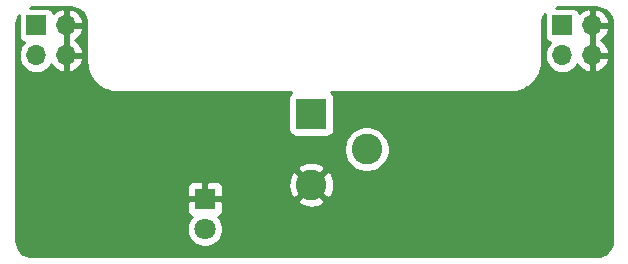
<source format=gbr>
G04 #@! TF.GenerationSoftware,KiCad,Pcbnew,(5.1.2)-2*
G04 #@! TF.CreationDate,2019-09-13T01:35:51-05:00*
G04 #@! TF.ProjectId,breadboard_power,62726561-6462-46f6-9172-645f706f7765,rev?*
G04 #@! TF.SameCoordinates,Original*
G04 #@! TF.FileFunction,Copper,L2,Bot*
G04 #@! TF.FilePolarity,Positive*
%FSLAX46Y46*%
G04 Gerber Fmt 4.6, Leading zero omitted, Abs format (unit mm)*
G04 Created by KiCad (PCBNEW (5.1.2)-2) date 2019-09-13 01:35:51*
%MOMM*%
%LPD*%
G04 APERTURE LIST*
%ADD10R,1.800000X1.800000*%
%ADD11C,1.800000*%
%ADD12R,2.600000X2.600000*%
%ADD13C,2.600000*%
%ADD14O,1.700000X1.700000*%
%ADD15R,1.700000X1.700000*%
%ADD16C,0.685800*%
%ADD17C,0.254000*%
G04 APERTURE END LIST*
D10*
X43750000Y-40710000D03*
D11*
X43750000Y-43250000D03*
D12*
X52750000Y-33500000D03*
D13*
X52750000Y-39500000D03*
X57450000Y-36500000D03*
D14*
X32000000Y-28540000D03*
X32000000Y-26000000D03*
X29460000Y-28540000D03*
D15*
X29460000Y-26000000D03*
X74000000Y-26000000D03*
D14*
X74000000Y-28540000D03*
X76540000Y-26000000D03*
X76540000Y-28540000D03*
D16*
X61000000Y-32250000D03*
D17*
G36*
X32652829Y-24523123D02*
G01*
X32896026Y-24596549D01*
X33120331Y-24715814D01*
X33317199Y-24876375D01*
X33479131Y-25072117D01*
X33599957Y-25295580D01*
X33675080Y-25538264D01*
X33705000Y-25822930D01*
X33705001Y-29034135D01*
X33707997Y-29064549D01*
X33707910Y-29076953D01*
X33708856Y-29086611D01*
X33749657Y-29474803D01*
X33762329Y-29536536D01*
X33774127Y-29598383D01*
X33776931Y-29607673D01*
X33892355Y-29980548D01*
X33916765Y-30038617D01*
X33940362Y-30097021D01*
X33944916Y-30105585D01*
X33944918Y-30105590D01*
X33944921Y-30105594D01*
X34130569Y-30448944D01*
X34165787Y-30501157D01*
X34200286Y-30553876D01*
X34206419Y-30561397D01*
X34455226Y-30862151D01*
X34499915Y-30906530D01*
X34543994Y-30951541D01*
X34551471Y-30957727D01*
X34853956Y-31204428D01*
X34906418Y-31239283D01*
X34958397Y-31274874D01*
X34966933Y-31279490D01*
X35311575Y-31462740D01*
X35369813Y-31486744D01*
X35427712Y-31511559D01*
X35436978Y-31514428D01*
X35436984Y-31514430D01*
X35810654Y-31627247D01*
X35872436Y-31639480D01*
X35934059Y-31652578D01*
X35943710Y-31653593D01*
X36332179Y-31691683D01*
X36332187Y-31691683D01*
X36365865Y-31695000D01*
X51064389Y-31695000D01*
X50998815Y-31748815D01*
X50919463Y-31845506D01*
X50860498Y-31955820D01*
X50824188Y-32075518D01*
X50811928Y-32200000D01*
X50811928Y-34800000D01*
X50824188Y-34924482D01*
X50860498Y-35044180D01*
X50919463Y-35154494D01*
X50998815Y-35251185D01*
X51095506Y-35330537D01*
X51205820Y-35389502D01*
X51325518Y-35425812D01*
X51450000Y-35438072D01*
X54050000Y-35438072D01*
X54174482Y-35425812D01*
X54294180Y-35389502D01*
X54404494Y-35330537D01*
X54501185Y-35251185D01*
X54580537Y-35154494D01*
X54639502Y-35044180D01*
X54675812Y-34924482D01*
X54688072Y-34800000D01*
X54688072Y-32200000D01*
X54675812Y-32075518D01*
X54639502Y-31955820D01*
X54580537Y-31845506D01*
X54501185Y-31748815D01*
X54435611Y-31695000D01*
X69634135Y-31695000D01*
X69664558Y-31692004D01*
X69676953Y-31692090D01*
X69686611Y-31691144D01*
X70074803Y-31650343D01*
X70136536Y-31637671D01*
X70198383Y-31625873D01*
X70207673Y-31623069D01*
X70580548Y-31507645D01*
X70638617Y-31483235D01*
X70697021Y-31459638D01*
X70705585Y-31455084D01*
X70705590Y-31455082D01*
X70705594Y-31455079D01*
X71048944Y-31269431D01*
X71101157Y-31234213D01*
X71153876Y-31199714D01*
X71161397Y-31193581D01*
X71462151Y-30944774D01*
X71506530Y-30900085D01*
X71551541Y-30856006D01*
X71557727Y-30848529D01*
X71804428Y-30546044D01*
X71839283Y-30493582D01*
X71874874Y-30441603D01*
X71879490Y-30433067D01*
X72062740Y-30088425D01*
X72086744Y-30030187D01*
X72111559Y-29972288D01*
X72114429Y-29963018D01*
X72227247Y-29589346D01*
X72239480Y-29527564D01*
X72252578Y-29465941D01*
X72253593Y-29456290D01*
X72291683Y-29067821D01*
X72291683Y-29067813D01*
X72295000Y-29034135D01*
X72295000Y-25833992D01*
X72323123Y-25547171D01*
X72396549Y-25303974D01*
X72515814Y-25079669D01*
X72519272Y-25075429D01*
X72511928Y-25150000D01*
X72511928Y-26850000D01*
X72524188Y-26974482D01*
X72560498Y-27094180D01*
X72619463Y-27204494D01*
X72698815Y-27301185D01*
X72795506Y-27380537D01*
X72905820Y-27439502D01*
X72974687Y-27460393D01*
X72944866Y-27484866D01*
X72759294Y-27710986D01*
X72621401Y-27968966D01*
X72536487Y-28248889D01*
X72507815Y-28540000D01*
X72536487Y-28831111D01*
X72621401Y-29111034D01*
X72759294Y-29369014D01*
X72944866Y-29595134D01*
X73170986Y-29780706D01*
X73428966Y-29918599D01*
X73708889Y-30003513D01*
X73927050Y-30025000D01*
X74072950Y-30025000D01*
X74291111Y-30003513D01*
X74571034Y-29918599D01*
X74829014Y-29780706D01*
X75055134Y-29595134D01*
X75240706Y-29369014D01*
X75275201Y-29304477D01*
X75344822Y-29421355D01*
X75539731Y-29637588D01*
X75773080Y-29811641D01*
X76035901Y-29936825D01*
X76183110Y-29981476D01*
X76413000Y-29860155D01*
X76413000Y-28667000D01*
X76667000Y-28667000D01*
X76667000Y-29860155D01*
X76896890Y-29981476D01*
X77044099Y-29936825D01*
X77306920Y-29811641D01*
X77540269Y-29637588D01*
X77735178Y-29421355D01*
X77884157Y-29171252D01*
X77981481Y-28896891D01*
X77860814Y-28667000D01*
X76667000Y-28667000D01*
X76413000Y-28667000D01*
X76393000Y-28667000D01*
X76393000Y-28413000D01*
X76413000Y-28413000D01*
X76413000Y-26127000D01*
X76667000Y-26127000D01*
X76667000Y-28413000D01*
X77860814Y-28413000D01*
X77981481Y-28183109D01*
X77884157Y-27908748D01*
X77735178Y-27658645D01*
X77540269Y-27442412D01*
X77309120Y-27270000D01*
X77540269Y-27097588D01*
X77735178Y-26881355D01*
X77884157Y-26631252D01*
X77981481Y-26356891D01*
X77860814Y-26127000D01*
X76667000Y-26127000D01*
X76413000Y-26127000D01*
X76393000Y-26127000D01*
X76393000Y-25873000D01*
X76413000Y-25873000D01*
X76413000Y-24679845D01*
X76667000Y-24679845D01*
X76667000Y-25873000D01*
X77860814Y-25873000D01*
X77981481Y-25643109D01*
X77884157Y-25368748D01*
X77735178Y-25118645D01*
X77540269Y-24902412D01*
X77306920Y-24728359D01*
X77044099Y-24603175D01*
X76896890Y-24558524D01*
X76667000Y-24679845D01*
X76413000Y-24679845D01*
X76183110Y-24558524D01*
X76035901Y-24603175D01*
X75773080Y-24728359D01*
X75539731Y-24902412D01*
X75463966Y-24986466D01*
X75439502Y-24905820D01*
X75380537Y-24795506D01*
X75301185Y-24698815D01*
X75204494Y-24619463D01*
X75094180Y-24560498D01*
X74974482Y-24524188D01*
X74850000Y-24511928D01*
X73461872Y-24511928D01*
X73622929Y-24495000D01*
X76866008Y-24495000D01*
X77152829Y-24523123D01*
X77396026Y-24596549D01*
X77620331Y-24715814D01*
X77817199Y-24876375D01*
X77979131Y-25072117D01*
X78099957Y-25295580D01*
X78175080Y-25538264D01*
X78205000Y-25822929D01*
X78205001Y-44215998D01*
X78176877Y-44502831D01*
X78103451Y-44746028D01*
X77984185Y-44970333D01*
X77823625Y-45167198D01*
X77627881Y-45329132D01*
X77404416Y-45449959D01*
X77161737Y-45525080D01*
X76877070Y-45555000D01*
X29133992Y-45555000D01*
X28847169Y-45526877D01*
X28603972Y-45453451D01*
X28379667Y-45334185D01*
X28182802Y-45173625D01*
X28020868Y-44977881D01*
X27900041Y-44754416D01*
X27824920Y-44511737D01*
X27795000Y-44227070D01*
X27795000Y-41610000D01*
X42211928Y-41610000D01*
X42224188Y-41734482D01*
X42260498Y-41854180D01*
X42319463Y-41964494D01*
X42398815Y-42061185D01*
X42495506Y-42140537D01*
X42605820Y-42199502D01*
X42624127Y-42205056D01*
X42557688Y-42271495D01*
X42389701Y-42522905D01*
X42273989Y-42802257D01*
X42215000Y-43098816D01*
X42215000Y-43401184D01*
X42273989Y-43697743D01*
X42389701Y-43977095D01*
X42557688Y-44228505D01*
X42771495Y-44442312D01*
X43022905Y-44610299D01*
X43302257Y-44726011D01*
X43598816Y-44785000D01*
X43901184Y-44785000D01*
X44197743Y-44726011D01*
X44477095Y-44610299D01*
X44728505Y-44442312D01*
X44942312Y-44228505D01*
X45110299Y-43977095D01*
X45226011Y-43697743D01*
X45285000Y-43401184D01*
X45285000Y-43098816D01*
X45226011Y-42802257D01*
X45110299Y-42522905D01*
X44942312Y-42271495D01*
X44875873Y-42205056D01*
X44894180Y-42199502D01*
X45004494Y-42140537D01*
X45101185Y-42061185D01*
X45180537Y-41964494D01*
X45239502Y-41854180D01*
X45275812Y-41734482D01*
X45288072Y-41610000D01*
X45285000Y-40995750D01*
X45138474Y-40849224D01*
X51580381Y-40849224D01*
X51712317Y-41144312D01*
X52053045Y-41315159D01*
X52420557Y-41416250D01*
X52800729Y-41443701D01*
X53178951Y-41396457D01*
X53540690Y-41276333D01*
X53787683Y-41144312D01*
X53919619Y-40849224D01*
X52750000Y-39679605D01*
X51580381Y-40849224D01*
X45138474Y-40849224D01*
X45126250Y-40837000D01*
X43877000Y-40837000D01*
X43877000Y-40857000D01*
X43623000Y-40857000D01*
X43623000Y-40837000D01*
X42373750Y-40837000D01*
X42215000Y-40995750D01*
X42211928Y-41610000D01*
X27795000Y-41610000D01*
X27795000Y-39810000D01*
X42211928Y-39810000D01*
X42215000Y-40424250D01*
X42373750Y-40583000D01*
X43623000Y-40583000D01*
X43623000Y-39333750D01*
X43877000Y-39333750D01*
X43877000Y-40583000D01*
X45126250Y-40583000D01*
X45285000Y-40424250D01*
X45288072Y-39810000D01*
X45275812Y-39685518D01*
X45239502Y-39565820D01*
X45231436Y-39550729D01*
X50806299Y-39550729D01*
X50853543Y-39928951D01*
X50973667Y-40290690D01*
X51105688Y-40537683D01*
X51400776Y-40669619D01*
X52570395Y-39500000D01*
X52929605Y-39500000D01*
X54099224Y-40669619D01*
X54394312Y-40537683D01*
X54565159Y-40196955D01*
X54666250Y-39829443D01*
X54693701Y-39449271D01*
X54646457Y-39071049D01*
X54526333Y-38709310D01*
X54394312Y-38462317D01*
X54099224Y-38330381D01*
X52929605Y-39500000D01*
X52570395Y-39500000D01*
X51400776Y-38330381D01*
X51105688Y-38462317D01*
X50934841Y-38803045D01*
X50833750Y-39170557D01*
X50806299Y-39550729D01*
X45231436Y-39550729D01*
X45180537Y-39455506D01*
X45101185Y-39358815D01*
X45004494Y-39279463D01*
X44894180Y-39220498D01*
X44774482Y-39184188D01*
X44650000Y-39171928D01*
X44035750Y-39175000D01*
X43877000Y-39333750D01*
X43623000Y-39333750D01*
X43464250Y-39175000D01*
X42850000Y-39171928D01*
X42725518Y-39184188D01*
X42605820Y-39220498D01*
X42495506Y-39279463D01*
X42398815Y-39358815D01*
X42319463Y-39455506D01*
X42260498Y-39565820D01*
X42224188Y-39685518D01*
X42211928Y-39810000D01*
X27795000Y-39810000D01*
X27795000Y-38150776D01*
X51580381Y-38150776D01*
X52750000Y-39320395D01*
X53919619Y-38150776D01*
X53787683Y-37855688D01*
X53446955Y-37684841D01*
X53079443Y-37583750D01*
X52699271Y-37556299D01*
X52321049Y-37603543D01*
X51959310Y-37723667D01*
X51712317Y-37855688D01*
X51580381Y-38150776D01*
X27795000Y-38150776D01*
X27795000Y-36309419D01*
X55515000Y-36309419D01*
X55515000Y-36690581D01*
X55589361Y-37064419D01*
X55735225Y-37416566D01*
X55946987Y-37733491D01*
X56216509Y-38003013D01*
X56533434Y-38214775D01*
X56885581Y-38360639D01*
X57259419Y-38435000D01*
X57640581Y-38435000D01*
X58014419Y-38360639D01*
X58366566Y-38214775D01*
X58683491Y-38003013D01*
X58953013Y-37733491D01*
X59164775Y-37416566D01*
X59310639Y-37064419D01*
X59385000Y-36690581D01*
X59385000Y-36309419D01*
X59310639Y-35935581D01*
X59164775Y-35583434D01*
X58953013Y-35266509D01*
X58683491Y-34996987D01*
X58366566Y-34785225D01*
X58014419Y-34639361D01*
X57640581Y-34565000D01*
X57259419Y-34565000D01*
X56885581Y-34639361D01*
X56533434Y-34785225D01*
X56216509Y-34996987D01*
X55946987Y-35266509D01*
X55735225Y-35583434D01*
X55589361Y-35935581D01*
X55515000Y-36309419D01*
X27795000Y-36309419D01*
X27795000Y-25833992D01*
X27823123Y-25547171D01*
X27896549Y-25303974D01*
X27971928Y-25162206D01*
X27971928Y-26850000D01*
X27984188Y-26974482D01*
X28020498Y-27094180D01*
X28079463Y-27204494D01*
X28158815Y-27301185D01*
X28255506Y-27380537D01*
X28365820Y-27439502D01*
X28434687Y-27460393D01*
X28404866Y-27484866D01*
X28219294Y-27710986D01*
X28081401Y-27968966D01*
X27996487Y-28248889D01*
X27967815Y-28540000D01*
X27996487Y-28831111D01*
X28081401Y-29111034D01*
X28219294Y-29369014D01*
X28404866Y-29595134D01*
X28630986Y-29780706D01*
X28888966Y-29918599D01*
X29168889Y-30003513D01*
X29387050Y-30025000D01*
X29532950Y-30025000D01*
X29751111Y-30003513D01*
X30031034Y-29918599D01*
X30289014Y-29780706D01*
X30515134Y-29595134D01*
X30700706Y-29369014D01*
X30735201Y-29304477D01*
X30804822Y-29421355D01*
X30999731Y-29637588D01*
X31233080Y-29811641D01*
X31495901Y-29936825D01*
X31643110Y-29981476D01*
X31873000Y-29860155D01*
X31873000Y-28667000D01*
X32127000Y-28667000D01*
X32127000Y-29860155D01*
X32356890Y-29981476D01*
X32504099Y-29936825D01*
X32766920Y-29811641D01*
X33000269Y-29637588D01*
X33195178Y-29421355D01*
X33344157Y-29171252D01*
X33441481Y-28896891D01*
X33320814Y-28667000D01*
X32127000Y-28667000D01*
X31873000Y-28667000D01*
X31853000Y-28667000D01*
X31853000Y-28413000D01*
X31873000Y-28413000D01*
X31873000Y-26127000D01*
X32127000Y-26127000D01*
X32127000Y-28413000D01*
X33320814Y-28413000D01*
X33441481Y-28183109D01*
X33344157Y-27908748D01*
X33195178Y-27658645D01*
X33000269Y-27442412D01*
X32769120Y-27270000D01*
X33000269Y-27097588D01*
X33195178Y-26881355D01*
X33344157Y-26631252D01*
X33441481Y-26356891D01*
X33320814Y-26127000D01*
X32127000Y-26127000D01*
X31873000Y-26127000D01*
X31853000Y-26127000D01*
X31853000Y-25873000D01*
X31873000Y-25873000D01*
X31873000Y-24679845D01*
X32127000Y-24679845D01*
X32127000Y-25873000D01*
X33320814Y-25873000D01*
X33441481Y-25643109D01*
X33344157Y-25368748D01*
X33195178Y-25118645D01*
X33000269Y-24902412D01*
X32766920Y-24728359D01*
X32504099Y-24603175D01*
X32356890Y-24558524D01*
X32127000Y-24679845D01*
X31873000Y-24679845D01*
X31643110Y-24558524D01*
X31495901Y-24603175D01*
X31233080Y-24728359D01*
X30999731Y-24902412D01*
X30923966Y-24986466D01*
X30899502Y-24905820D01*
X30840537Y-24795506D01*
X30761185Y-24698815D01*
X30664494Y-24619463D01*
X30554180Y-24560498D01*
X30434482Y-24524188D01*
X30310000Y-24511928D01*
X28961872Y-24511928D01*
X29122929Y-24495000D01*
X32366008Y-24495000D01*
X32652829Y-24523123D01*
X32652829Y-24523123D01*
G37*
X32652829Y-24523123D02*
X32896026Y-24596549D01*
X33120331Y-24715814D01*
X33317199Y-24876375D01*
X33479131Y-25072117D01*
X33599957Y-25295580D01*
X33675080Y-25538264D01*
X33705000Y-25822930D01*
X33705001Y-29034135D01*
X33707997Y-29064549D01*
X33707910Y-29076953D01*
X33708856Y-29086611D01*
X33749657Y-29474803D01*
X33762329Y-29536536D01*
X33774127Y-29598383D01*
X33776931Y-29607673D01*
X33892355Y-29980548D01*
X33916765Y-30038617D01*
X33940362Y-30097021D01*
X33944916Y-30105585D01*
X33944918Y-30105590D01*
X33944921Y-30105594D01*
X34130569Y-30448944D01*
X34165787Y-30501157D01*
X34200286Y-30553876D01*
X34206419Y-30561397D01*
X34455226Y-30862151D01*
X34499915Y-30906530D01*
X34543994Y-30951541D01*
X34551471Y-30957727D01*
X34853956Y-31204428D01*
X34906418Y-31239283D01*
X34958397Y-31274874D01*
X34966933Y-31279490D01*
X35311575Y-31462740D01*
X35369813Y-31486744D01*
X35427712Y-31511559D01*
X35436978Y-31514428D01*
X35436984Y-31514430D01*
X35810654Y-31627247D01*
X35872436Y-31639480D01*
X35934059Y-31652578D01*
X35943710Y-31653593D01*
X36332179Y-31691683D01*
X36332187Y-31691683D01*
X36365865Y-31695000D01*
X51064389Y-31695000D01*
X50998815Y-31748815D01*
X50919463Y-31845506D01*
X50860498Y-31955820D01*
X50824188Y-32075518D01*
X50811928Y-32200000D01*
X50811928Y-34800000D01*
X50824188Y-34924482D01*
X50860498Y-35044180D01*
X50919463Y-35154494D01*
X50998815Y-35251185D01*
X51095506Y-35330537D01*
X51205820Y-35389502D01*
X51325518Y-35425812D01*
X51450000Y-35438072D01*
X54050000Y-35438072D01*
X54174482Y-35425812D01*
X54294180Y-35389502D01*
X54404494Y-35330537D01*
X54501185Y-35251185D01*
X54580537Y-35154494D01*
X54639502Y-35044180D01*
X54675812Y-34924482D01*
X54688072Y-34800000D01*
X54688072Y-32200000D01*
X54675812Y-32075518D01*
X54639502Y-31955820D01*
X54580537Y-31845506D01*
X54501185Y-31748815D01*
X54435611Y-31695000D01*
X69634135Y-31695000D01*
X69664558Y-31692004D01*
X69676953Y-31692090D01*
X69686611Y-31691144D01*
X70074803Y-31650343D01*
X70136536Y-31637671D01*
X70198383Y-31625873D01*
X70207673Y-31623069D01*
X70580548Y-31507645D01*
X70638617Y-31483235D01*
X70697021Y-31459638D01*
X70705585Y-31455084D01*
X70705590Y-31455082D01*
X70705594Y-31455079D01*
X71048944Y-31269431D01*
X71101157Y-31234213D01*
X71153876Y-31199714D01*
X71161397Y-31193581D01*
X71462151Y-30944774D01*
X71506530Y-30900085D01*
X71551541Y-30856006D01*
X71557727Y-30848529D01*
X71804428Y-30546044D01*
X71839283Y-30493582D01*
X71874874Y-30441603D01*
X71879490Y-30433067D01*
X72062740Y-30088425D01*
X72086744Y-30030187D01*
X72111559Y-29972288D01*
X72114429Y-29963018D01*
X72227247Y-29589346D01*
X72239480Y-29527564D01*
X72252578Y-29465941D01*
X72253593Y-29456290D01*
X72291683Y-29067821D01*
X72291683Y-29067813D01*
X72295000Y-29034135D01*
X72295000Y-25833992D01*
X72323123Y-25547171D01*
X72396549Y-25303974D01*
X72515814Y-25079669D01*
X72519272Y-25075429D01*
X72511928Y-25150000D01*
X72511928Y-26850000D01*
X72524188Y-26974482D01*
X72560498Y-27094180D01*
X72619463Y-27204494D01*
X72698815Y-27301185D01*
X72795506Y-27380537D01*
X72905820Y-27439502D01*
X72974687Y-27460393D01*
X72944866Y-27484866D01*
X72759294Y-27710986D01*
X72621401Y-27968966D01*
X72536487Y-28248889D01*
X72507815Y-28540000D01*
X72536487Y-28831111D01*
X72621401Y-29111034D01*
X72759294Y-29369014D01*
X72944866Y-29595134D01*
X73170986Y-29780706D01*
X73428966Y-29918599D01*
X73708889Y-30003513D01*
X73927050Y-30025000D01*
X74072950Y-30025000D01*
X74291111Y-30003513D01*
X74571034Y-29918599D01*
X74829014Y-29780706D01*
X75055134Y-29595134D01*
X75240706Y-29369014D01*
X75275201Y-29304477D01*
X75344822Y-29421355D01*
X75539731Y-29637588D01*
X75773080Y-29811641D01*
X76035901Y-29936825D01*
X76183110Y-29981476D01*
X76413000Y-29860155D01*
X76413000Y-28667000D01*
X76667000Y-28667000D01*
X76667000Y-29860155D01*
X76896890Y-29981476D01*
X77044099Y-29936825D01*
X77306920Y-29811641D01*
X77540269Y-29637588D01*
X77735178Y-29421355D01*
X77884157Y-29171252D01*
X77981481Y-28896891D01*
X77860814Y-28667000D01*
X76667000Y-28667000D01*
X76413000Y-28667000D01*
X76393000Y-28667000D01*
X76393000Y-28413000D01*
X76413000Y-28413000D01*
X76413000Y-26127000D01*
X76667000Y-26127000D01*
X76667000Y-28413000D01*
X77860814Y-28413000D01*
X77981481Y-28183109D01*
X77884157Y-27908748D01*
X77735178Y-27658645D01*
X77540269Y-27442412D01*
X77309120Y-27270000D01*
X77540269Y-27097588D01*
X77735178Y-26881355D01*
X77884157Y-26631252D01*
X77981481Y-26356891D01*
X77860814Y-26127000D01*
X76667000Y-26127000D01*
X76413000Y-26127000D01*
X76393000Y-26127000D01*
X76393000Y-25873000D01*
X76413000Y-25873000D01*
X76413000Y-24679845D01*
X76667000Y-24679845D01*
X76667000Y-25873000D01*
X77860814Y-25873000D01*
X77981481Y-25643109D01*
X77884157Y-25368748D01*
X77735178Y-25118645D01*
X77540269Y-24902412D01*
X77306920Y-24728359D01*
X77044099Y-24603175D01*
X76896890Y-24558524D01*
X76667000Y-24679845D01*
X76413000Y-24679845D01*
X76183110Y-24558524D01*
X76035901Y-24603175D01*
X75773080Y-24728359D01*
X75539731Y-24902412D01*
X75463966Y-24986466D01*
X75439502Y-24905820D01*
X75380537Y-24795506D01*
X75301185Y-24698815D01*
X75204494Y-24619463D01*
X75094180Y-24560498D01*
X74974482Y-24524188D01*
X74850000Y-24511928D01*
X73461872Y-24511928D01*
X73622929Y-24495000D01*
X76866008Y-24495000D01*
X77152829Y-24523123D01*
X77396026Y-24596549D01*
X77620331Y-24715814D01*
X77817199Y-24876375D01*
X77979131Y-25072117D01*
X78099957Y-25295580D01*
X78175080Y-25538264D01*
X78205000Y-25822929D01*
X78205001Y-44215998D01*
X78176877Y-44502831D01*
X78103451Y-44746028D01*
X77984185Y-44970333D01*
X77823625Y-45167198D01*
X77627881Y-45329132D01*
X77404416Y-45449959D01*
X77161737Y-45525080D01*
X76877070Y-45555000D01*
X29133992Y-45555000D01*
X28847169Y-45526877D01*
X28603972Y-45453451D01*
X28379667Y-45334185D01*
X28182802Y-45173625D01*
X28020868Y-44977881D01*
X27900041Y-44754416D01*
X27824920Y-44511737D01*
X27795000Y-44227070D01*
X27795000Y-41610000D01*
X42211928Y-41610000D01*
X42224188Y-41734482D01*
X42260498Y-41854180D01*
X42319463Y-41964494D01*
X42398815Y-42061185D01*
X42495506Y-42140537D01*
X42605820Y-42199502D01*
X42624127Y-42205056D01*
X42557688Y-42271495D01*
X42389701Y-42522905D01*
X42273989Y-42802257D01*
X42215000Y-43098816D01*
X42215000Y-43401184D01*
X42273989Y-43697743D01*
X42389701Y-43977095D01*
X42557688Y-44228505D01*
X42771495Y-44442312D01*
X43022905Y-44610299D01*
X43302257Y-44726011D01*
X43598816Y-44785000D01*
X43901184Y-44785000D01*
X44197743Y-44726011D01*
X44477095Y-44610299D01*
X44728505Y-44442312D01*
X44942312Y-44228505D01*
X45110299Y-43977095D01*
X45226011Y-43697743D01*
X45285000Y-43401184D01*
X45285000Y-43098816D01*
X45226011Y-42802257D01*
X45110299Y-42522905D01*
X44942312Y-42271495D01*
X44875873Y-42205056D01*
X44894180Y-42199502D01*
X45004494Y-42140537D01*
X45101185Y-42061185D01*
X45180537Y-41964494D01*
X45239502Y-41854180D01*
X45275812Y-41734482D01*
X45288072Y-41610000D01*
X45285000Y-40995750D01*
X45138474Y-40849224D01*
X51580381Y-40849224D01*
X51712317Y-41144312D01*
X52053045Y-41315159D01*
X52420557Y-41416250D01*
X52800729Y-41443701D01*
X53178951Y-41396457D01*
X53540690Y-41276333D01*
X53787683Y-41144312D01*
X53919619Y-40849224D01*
X52750000Y-39679605D01*
X51580381Y-40849224D01*
X45138474Y-40849224D01*
X45126250Y-40837000D01*
X43877000Y-40837000D01*
X43877000Y-40857000D01*
X43623000Y-40857000D01*
X43623000Y-40837000D01*
X42373750Y-40837000D01*
X42215000Y-40995750D01*
X42211928Y-41610000D01*
X27795000Y-41610000D01*
X27795000Y-39810000D01*
X42211928Y-39810000D01*
X42215000Y-40424250D01*
X42373750Y-40583000D01*
X43623000Y-40583000D01*
X43623000Y-39333750D01*
X43877000Y-39333750D01*
X43877000Y-40583000D01*
X45126250Y-40583000D01*
X45285000Y-40424250D01*
X45288072Y-39810000D01*
X45275812Y-39685518D01*
X45239502Y-39565820D01*
X45231436Y-39550729D01*
X50806299Y-39550729D01*
X50853543Y-39928951D01*
X50973667Y-40290690D01*
X51105688Y-40537683D01*
X51400776Y-40669619D01*
X52570395Y-39500000D01*
X52929605Y-39500000D01*
X54099224Y-40669619D01*
X54394312Y-40537683D01*
X54565159Y-40196955D01*
X54666250Y-39829443D01*
X54693701Y-39449271D01*
X54646457Y-39071049D01*
X54526333Y-38709310D01*
X54394312Y-38462317D01*
X54099224Y-38330381D01*
X52929605Y-39500000D01*
X52570395Y-39500000D01*
X51400776Y-38330381D01*
X51105688Y-38462317D01*
X50934841Y-38803045D01*
X50833750Y-39170557D01*
X50806299Y-39550729D01*
X45231436Y-39550729D01*
X45180537Y-39455506D01*
X45101185Y-39358815D01*
X45004494Y-39279463D01*
X44894180Y-39220498D01*
X44774482Y-39184188D01*
X44650000Y-39171928D01*
X44035750Y-39175000D01*
X43877000Y-39333750D01*
X43623000Y-39333750D01*
X43464250Y-39175000D01*
X42850000Y-39171928D01*
X42725518Y-39184188D01*
X42605820Y-39220498D01*
X42495506Y-39279463D01*
X42398815Y-39358815D01*
X42319463Y-39455506D01*
X42260498Y-39565820D01*
X42224188Y-39685518D01*
X42211928Y-39810000D01*
X27795000Y-39810000D01*
X27795000Y-38150776D01*
X51580381Y-38150776D01*
X52750000Y-39320395D01*
X53919619Y-38150776D01*
X53787683Y-37855688D01*
X53446955Y-37684841D01*
X53079443Y-37583750D01*
X52699271Y-37556299D01*
X52321049Y-37603543D01*
X51959310Y-37723667D01*
X51712317Y-37855688D01*
X51580381Y-38150776D01*
X27795000Y-38150776D01*
X27795000Y-36309419D01*
X55515000Y-36309419D01*
X55515000Y-36690581D01*
X55589361Y-37064419D01*
X55735225Y-37416566D01*
X55946987Y-37733491D01*
X56216509Y-38003013D01*
X56533434Y-38214775D01*
X56885581Y-38360639D01*
X57259419Y-38435000D01*
X57640581Y-38435000D01*
X58014419Y-38360639D01*
X58366566Y-38214775D01*
X58683491Y-38003013D01*
X58953013Y-37733491D01*
X59164775Y-37416566D01*
X59310639Y-37064419D01*
X59385000Y-36690581D01*
X59385000Y-36309419D01*
X59310639Y-35935581D01*
X59164775Y-35583434D01*
X58953013Y-35266509D01*
X58683491Y-34996987D01*
X58366566Y-34785225D01*
X58014419Y-34639361D01*
X57640581Y-34565000D01*
X57259419Y-34565000D01*
X56885581Y-34639361D01*
X56533434Y-34785225D01*
X56216509Y-34996987D01*
X55946987Y-35266509D01*
X55735225Y-35583434D01*
X55589361Y-35935581D01*
X55515000Y-36309419D01*
X27795000Y-36309419D01*
X27795000Y-25833992D01*
X27823123Y-25547171D01*
X27896549Y-25303974D01*
X27971928Y-25162206D01*
X27971928Y-26850000D01*
X27984188Y-26974482D01*
X28020498Y-27094180D01*
X28079463Y-27204494D01*
X28158815Y-27301185D01*
X28255506Y-27380537D01*
X28365820Y-27439502D01*
X28434687Y-27460393D01*
X28404866Y-27484866D01*
X28219294Y-27710986D01*
X28081401Y-27968966D01*
X27996487Y-28248889D01*
X27967815Y-28540000D01*
X27996487Y-28831111D01*
X28081401Y-29111034D01*
X28219294Y-29369014D01*
X28404866Y-29595134D01*
X28630986Y-29780706D01*
X28888966Y-29918599D01*
X29168889Y-30003513D01*
X29387050Y-30025000D01*
X29532950Y-30025000D01*
X29751111Y-30003513D01*
X30031034Y-29918599D01*
X30289014Y-29780706D01*
X30515134Y-29595134D01*
X30700706Y-29369014D01*
X30735201Y-29304477D01*
X30804822Y-29421355D01*
X30999731Y-29637588D01*
X31233080Y-29811641D01*
X31495901Y-29936825D01*
X31643110Y-29981476D01*
X31873000Y-29860155D01*
X31873000Y-28667000D01*
X32127000Y-28667000D01*
X32127000Y-29860155D01*
X32356890Y-29981476D01*
X32504099Y-29936825D01*
X32766920Y-29811641D01*
X33000269Y-29637588D01*
X33195178Y-29421355D01*
X33344157Y-29171252D01*
X33441481Y-28896891D01*
X33320814Y-28667000D01*
X32127000Y-28667000D01*
X31873000Y-28667000D01*
X31853000Y-28667000D01*
X31853000Y-28413000D01*
X31873000Y-28413000D01*
X31873000Y-26127000D01*
X32127000Y-26127000D01*
X32127000Y-28413000D01*
X33320814Y-28413000D01*
X33441481Y-28183109D01*
X33344157Y-27908748D01*
X33195178Y-27658645D01*
X33000269Y-27442412D01*
X32769120Y-27270000D01*
X33000269Y-27097588D01*
X33195178Y-26881355D01*
X33344157Y-26631252D01*
X33441481Y-26356891D01*
X33320814Y-26127000D01*
X32127000Y-26127000D01*
X31873000Y-26127000D01*
X31853000Y-26127000D01*
X31853000Y-25873000D01*
X31873000Y-25873000D01*
X31873000Y-24679845D01*
X32127000Y-24679845D01*
X32127000Y-25873000D01*
X33320814Y-25873000D01*
X33441481Y-25643109D01*
X33344157Y-25368748D01*
X33195178Y-25118645D01*
X33000269Y-24902412D01*
X32766920Y-24728359D01*
X32504099Y-24603175D01*
X32356890Y-24558524D01*
X32127000Y-24679845D01*
X31873000Y-24679845D01*
X31643110Y-24558524D01*
X31495901Y-24603175D01*
X31233080Y-24728359D01*
X30999731Y-24902412D01*
X30923966Y-24986466D01*
X30899502Y-24905820D01*
X30840537Y-24795506D01*
X30761185Y-24698815D01*
X30664494Y-24619463D01*
X30554180Y-24560498D01*
X30434482Y-24524188D01*
X30310000Y-24511928D01*
X28961872Y-24511928D01*
X29122929Y-24495000D01*
X32366008Y-24495000D01*
X32652829Y-24523123D01*
M02*

</source>
